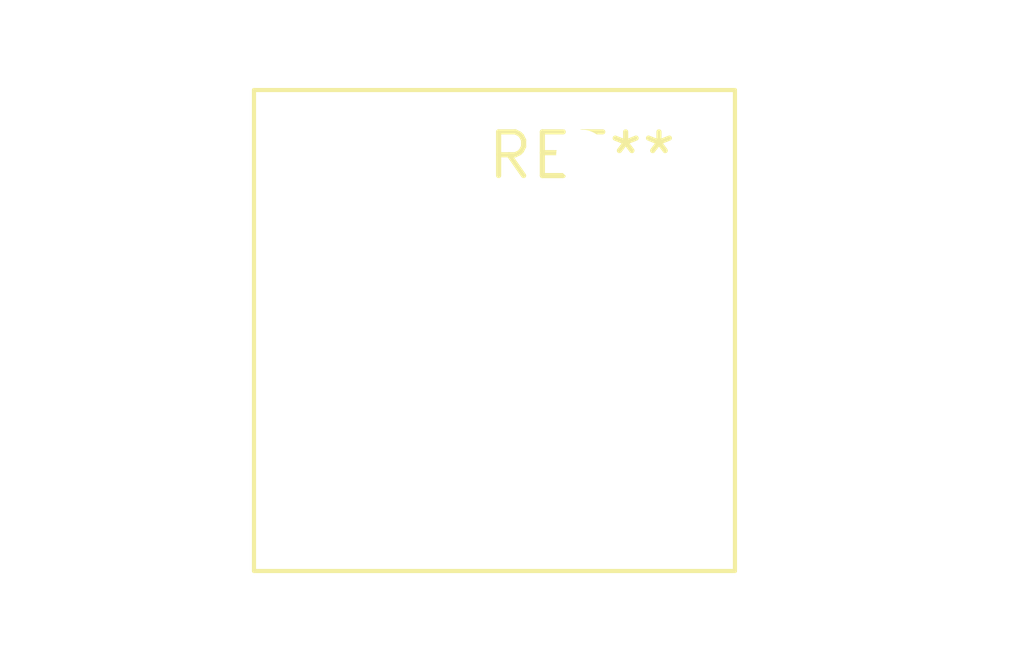
<source format=kicad_pcb>
(kicad_pcb (version 20240108) (generator pcbnew)
  (layers (0 "F.Cu" signal) (31 "B.Cu" signal) (34 "B.Paste" user) (35 "F.Paste" user) (36 "B.SilkS" user "B.Silkscreen") (37 "F.SilkS" user "F.Silkscreen") (38 "B.Mask" user) (39 "F.Mask" user) (44 "Edge.Cuts" user))
  (net 0 "")
  (footprint "SW_Cherry_MX_1.50u_Plate" (layer "F.Cu") (at 0 0)
    (property "Reference" "REF**")
    (property "Value" "SW_Cherry_MX_1.50u_Plate")
    (fp_line (start -9.525 -1.905) (end 4.445 -1.905) (layer "F.SilkS") (stroke (width 0.12)))
    (fp_line (start -9.525 12.065) (end -9.525 -1.905) (layer "F.SilkS") (stroke (width 0.12)))
    (fp_line (start 4.445 -1.905) (end 4.445 12.065) (layer "F.SilkS") (stroke (width 0.12)))
    (fp_line (start 4.445 12.065) (end -9.525 12.065) (layer "F.SilkS") (stroke (width 0.12)))
    (pad "" np_thru_hole circle (at -2.54 5.08) (size 4 4) (drill 4) (layers *.Cu *.Mask))
    (pad "1" thru_hole circle (at 0 0) (size 2.2 2.2) (drill 1.5) (layers *.Cu *.Mask) (remove_unused_layers))
    (pad "2" thru_hole circle (at -6.35 2.54) (size 2.2 2.2) (drill 1.5) (layers *.Cu *.Mask) (remove_unused_layers))
  )
)
</source>
